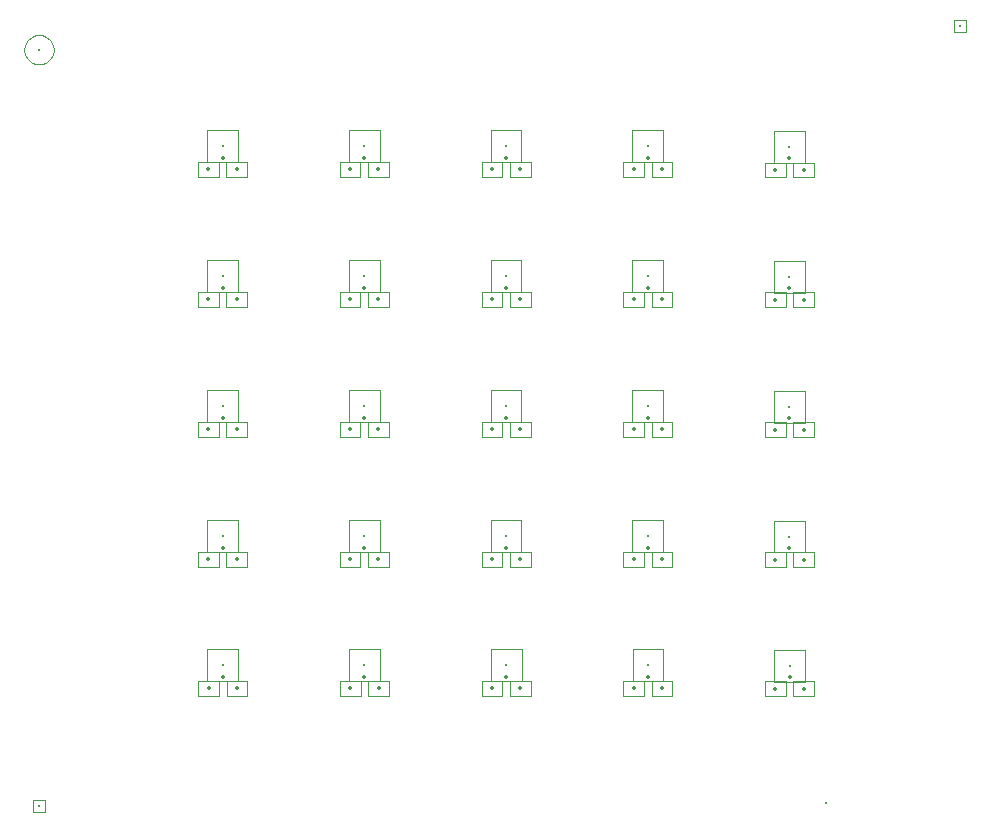
<source format=gbr>
%TF.GenerationSoftware,KiCad,Pcbnew,(6.0.0)*%
%TF.CreationDate,2022-12-07T10:32:59-05:00*%
%TF.ProjectId,onix-coax-adapter-xfl-a_panel,6f6e6978-2d63-46f6-9178-2d6164617074,A*%
%TF.SameCoordinates,Original*%
%TF.FileFunction,Component,L1,Top*%
%TF.FilePolarity,Positive*%
%FSLAX46Y46*%
G04 Gerber Fmt 4.6, Leading zero omitted, Abs format (unit mm)*
G04 Created by KiCad (PCBNEW (6.0.0)) date 2022-12-07 10:32:59*
%MOMM*%
%LPD*%
G01*
G04 APERTURE LIST*
%TA.AperFunction,ComponentMain*%
%ADD10C,0.300000*%
%TD*%
%TA.AperFunction,ComponentOutline,Courtyard*%
%ADD11C,0.100000*%
%TD*%
%TA.AperFunction,ComponentPin*%
%ADD12P,0.360000X4X0.000000*%
%TD*%
%TA.AperFunction,ComponentPin*%
%ADD13C,0.000000*%
%TD*%
%TA.AperFunction,ComponentOutline,Footprint*%
%ADD14C,0.100000*%
%TD*%
G04 APERTURE END LIST*
D10*
%TO.C,"J1"*%
%TO.CFtp,"LINX_CONMHF4-SMD-G"*%
%TO.CVal,"Conn_Coaxial"*%
%TO.CLbN,"jonnew"*%
%TO.CMnt,SMD*%
%TO.CRot,0*%
X170760000Y-108960081D03*
D11*
X172059999Y-110310080D02*
X169460001Y-110310080D01*
X169460001Y-107610082D01*
X172059999Y-107610082D01*
X172059999Y-110310080D01*
D12*
%TO.P,"J1","1","In"*%
X170760000Y-109935081D03*
D13*
%TO.P,"J1","2","Ext"*%
X171746000Y-109022081D03*
X170760000Y-107960081D03*
X169774000Y-108898081D03*
%TD*%
D10*
%TO.C,"J1"*%
%TO.CFtp,"LINX_CONMHF4-SMD-G"*%
%TO.CVal,"Conn_Coaxial"*%
%TO.CLbN,"jonnew"*%
%TO.CMnt,SMD*%
%TO.CRot,0*%
X194760000Y-108960081D03*
D11*
X196059999Y-110310080D02*
X193460001Y-110310080D01*
X193460001Y-107610082D01*
X196059999Y-107610082D01*
X196059999Y-110310080D01*
D12*
%TO.P,"J1","1","In"*%
X194760000Y-109935081D03*
D13*
%TO.P,"J1","2","Ext"*%
X195746000Y-109022081D03*
X194760000Y-107960081D03*
X193774000Y-108898081D03*
%TD*%
D10*
%TO.C,"TP2"*%
%TO.CFtp,"Castellation"*%
%TO.CVal,"TestPoint"*%
%TO.CLbN,"Headstage-64s"*%
%TO.CMnt,TH*%
%TO.CRot,90*%
X169546000Y-88984081D03*
D14*
X168671000Y-89609081D02*
X170421000Y-89609081D01*
X170421000Y-88359081D01*
X168671000Y-88359081D01*
X168671000Y-89609081D01*
D12*
%TO.P,"TP2","1","1"*%
X169546000Y-88984081D03*
%TD*%
D10*
%TO.C,"TP2"*%
%TO.CFtp,"Castellation"*%
%TO.CVal,"TestPoint"*%
%TO.CLbN,"Headstage-64s"*%
%TO.CMnt,TH*%
%TO.CRot,90*%
X157546000Y-77984081D03*
D14*
X156671000Y-78609081D02*
X158421000Y-78609081D01*
X158421000Y-77359081D01*
X156671000Y-77359081D01*
X156671000Y-78609081D01*
D12*
%TO.P,"TP2","1","1"*%
X157546000Y-77984081D03*
%TD*%
D10*
%TO.C,"TP1"*%
%TO.CFtp,"Castellation"*%
%TO.CVal,"TestPoint"*%
%TO.CLbN,"Headstage-64s"*%
%TO.CMnt,TH*%
%TO.CRot,90*%
X171946000Y-99984081D03*
D14*
X171071000Y-100609081D02*
X172821000Y-100609081D01*
X172821000Y-99359081D01*
X171071000Y-99359081D01*
X171071000Y-100609081D01*
D12*
%TO.P,"TP1","1","1"*%
X171946000Y-99984081D03*
%TD*%
D10*
%TO.C,"TP1"*%
%TO.CFtp,"Castellation"*%
%TO.CVal,"TestPoint"*%
%TO.CLbN,"Headstage-64s"*%
%TO.CMnt,TH*%
%TO.CRot,90*%
X207946000Y-89022081D03*
D14*
X207071000Y-89647081D02*
X208821000Y-89647081D01*
X208821000Y-88397081D01*
X207071000Y-88397081D01*
X207071000Y-89647081D01*
D12*
%TO.P,"TP1","1","1"*%
X207946000Y-89022081D03*
%TD*%
D10*
%TO.C,"TP1"*%
%TO.CFtp,"Castellation"*%
%TO.CVal,"TestPoint"*%
%TO.CLbN,"Headstage-64s"*%
%TO.CMnt,TH*%
%TO.CRot,90*%
X159946000Y-99984081D03*
D14*
X159071000Y-100609081D02*
X160821000Y-100609081D01*
X160821000Y-99359081D01*
X159071000Y-99359081D01*
X159071000Y-100609081D01*
D12*
%TO.P,"TP1","1","1"*%
X159946000Y-99984081D03*
%TD*%
D10*
%TO.C,"J1"*%
%TO.CFtp,"LINX_CONMHF4-SMD-G"*%
%TO.CVal,"Conn_Coaxial"*%
%TO.CLbN,"jonnew"*%
%TO.CMnt,SMD*%
%TO.CRot,0*%
X170746000Y-76022081D03*
D11*
X172045999Y-77372080D02*
X169446001Y-77372080D01*
X169446001Y-74672082D01*
X172045999Y-74672082D01*
X172045999Y-77372080D01*
D12*
%TO.P,"J1","1","In"*%
X170746000Y-76997081D03*
D13*
%TO.P,"J1","2","Ext"*%
X171732000Y-76084081D03*
X170746000Y-75022081D03*
X169760000Y-75960081D03*
%TD*%
D10*
%TO.C,"TP2"*%
%TO.CFtp,"Castellation"*%
%TO.CVal,"TestPoint"*%
%TO.CLbN,"Headstage-64s"*%
%TO.CMnt,TH*%
%TO.CRot,90*%
X157560000Y-110922081D03*
D14*
X156685000Y-111547081D02*
X158435000Y-111547081D01*
X158435000Y-110297081D01*
X156685000Y-110297081D01*
X156685000Y-111547081D01*
D12*
%TO.P,"TP2","1","1"*%
X157560000Y-110922081D03*
%TD*%
D10*
%TO.C,"TP1"*%
%TO.CFtp,"Castellation"*%
%TO.CVal,"TestPoint"*%
%TO.CLbN,"Headstage-64s"*%
%TO.CMnt,TH*%
%TO.CRot,90*%
X195946000Y-99984081D03*
D14*
X195071000Y-100609081D02*
X196821000Y-100609081D01*
X196821000Y-99359081D01*
X195071000Y-99359081D01*
X195071000Y-100609081D01*
D12*
%TO.P,"TP1","1","1"*%
X195946000Y-99984081D03*
%TD*%
D10*
%TO.C,"J1"*%
%TO.CFtp,"LINX_CONMHF4-SMD-G"*%
%TO.CVal,"Conn_Coaxial"*%
%TO.CLbN,"jonnew"*%
%TO.CMnt,SMD*%
%TO.CRot,0*%
X194746000Y-76022081D03*
D11*
X196045999Y-77372080D02*
X193446001Y-77372080D01*
X193446001Y-74672082D01*
X196045999Y-74672082D01*
X196045999Y-77372080D01*
D12*
%TO.P,"J1","1","In"*%
X194746000Y-76997081D03*
D13*
%TO.P,"J1","2","Ext"*%
X195732000Y-76084081D03*
X194746000Y-75022081D03*
X193760000Y-75960081D03*
%TD*%
D10*
%TO.C,"TP2"*%
%TO.CFtp,"Castellation"*%
%TO.CVal,"TestPoint"*%
%TO.CLbN,"Headstage-64s"*%
%TO.CMnt,TH*%
%TO.CRot,90*%
X181546000Y-88984081D03*
D14*
X180671000Y-89609081D02*
X182421000Y-89609081D01*
X182421000Y-88359081D01*
X180671000Y-88359081D01*
X180671000Y-89609081D01*
D12*
%TO.P,"TP2","1","1"*%
X181546000Y-88984081D03*
%TD*%
D10*
%TO.C,""*%
%TO.CFtp,""*%
%TO.CVal,""*%
%TO.CLbN,""*%
%TO.CMnt,Other*%
%TO.CRot,0*%
X221200000Y-54850000D03*
D14*
X220700000Y-54350000D02*
X220700000Y-55350000D01*
X221700000Y-55350000D01*
X221700000Y-54350000D01*
X220700000Y-54350000D01*
D13*
%TO.P,"",*%
X221200000Y-54850000D03*
%TD*%
D10*
%TO.C,"TP1"*%
%TO.CFtp,"Castellation"*%
%TO.CVal,"TestPoint"*%
%TO.CLbN,"Headstage-64s"*%
%TO.CMnt,TH*%
%TO.CRot,90*%
X159946000Y-66984081D03*
D14*
X159071000Y-67609081D02*
X160821000Y-67609081D01*
X160821000Y-66359081D01*
X159071000Y-66359081D01*
X159071000Y-67609081D01*
D12*
%TO.P,"TP1","1","1"*%
X159946000Y-66984081D03*
%TD*%
D10*
%TO.C,"TP2"*%
%TO.CFtp,"Castellation"*%
%TO.CVal,"TestPoint"*%
%TO.CLbN,"Headstage-64s"*%
%TO.CMnt,TH*%
%TO.CRot,90*%
X169546000Y-99984081D03*
D14*
X168671000Y-100609081D02*
X170421000Y-100609081D01*
X170421000Y-99359081D01*
X168671000Y-99359081D01*
X168671000Y-100609081D01*
D12*
%TO.P,"TP2","1","1"*%
X169546000Y-99984081D03*
%TD*%
D10*
%TO.C,"TP1"*%
%TO.CFtp,"Castellation"*%
%TO.CVal,"TestPoint"*%
%TO.CLbN,"Headstage-64s"*%
%TO.CMnt,TH*%
%TO.CRot,90*%
X159960000Y-110922081D03*
D14*
X159085000Y-111547081D02*
X160835000Y-111547081D01*
X160835000Y-110297081D01*
X159085000Y-110297081D01*
X159085000Y-111547081D01*
D12*
%TO.P,"TP1","1","1"*%
X159960000Y-110922081D03*
%TD*%
D10*
%TO.C,"TP2"*%
%TO.CFtp,"Castellation"*%
%TO.CVal,"TestPoint"*%
%TO.CLbN,"Headstage-64s"*%
%TO.CMnt,TH*%
%TO.CRot,90*%
X181546000Y-66984081D03*
D14*
X180671000Y-67609081D02*
X182421000Y-67609081D01*
X182421000Y-66359081D01*
X180671000Y-66359081D01*
X180671000Y-67609081D01*
D12*
%TO.P,"TP2","1","1"*%
X181546000Y-66984081D03*
%TD*%
D10*
%TO.C,"J1"*%
%TO.CFtp,"LINX_CONMHF4-SMD-G"*%
%TO.CVal,"Conn_Coaxial"*%
%TO.CLbN,"jonnew"*%
%TO.CMnt,SMD*%
%TO.CRot,0*%
X182746000Y-76022081D03*
D11*
X184045999Y-77372080D02*
X181446001Y-77372080D01*
X181446001Y-74672082D01*
X184045999Y-74672082D01*
X184045999Y-77372080D01*
D12*
%TO.P,"J1","1","In"*%
X182746000Y-76997081D03*
D13*
%TO.P,"J1","2","Ext"*%
X183732000Y-76084081D03*
X182746000Y-75022081D03*
X181760000Y-75960081D03*
%TD*%
D10*
%TO.C,"TP1"*%
%TO.CFtp,"Castellation"*%
%TO.CVal,"TestPoint"*%
%TO.CLbN,"Headstage-64s"*%
%TO.CMnt,TH*%
%TO.CRot,90*%
X207946000Y-100022081D03*
D14*
X207071000Y-100647081D02*
X208821000Y-100647081D01*
X208821000Y-99397081D01*
X207071000Y-99397081D01*
X207071000Y-100647081D01*
D12*
%TO.P,"TP1","1","1"*%
X207946000Y-100022081D03*
%TD*%
D10*
%TO.C,"J1"*%
%TO.CFtp,"LINX_CONMHF4-SMD-G"*%
%TO.CVal,"Conn_Coaxial"*%
%TO.CLbN,"jonnew"*%
%TO.CMnt,SMD*%
%TO.CRot,0*%
X182760000Y-108960081D03*
D11*
X184059999Y-110310080D02*
X181460001Y-110310080D01*
X181460001Y-107610082D01*
X184059999Y-107610082D01*
X184059999Y-110310080D01*
D12*
%TO.P,"J1","1","In"*%
X182760000Y-109935081D03*
D13*
%TO.P,"J1","2","Ext"*%
X183746000Y-109022081D03*
X182760000Y-107960081D03*
X181774000Y-108898081D03*
%TD*%
D10*
%TO.C,"TP2"*%
%TO.CFtp,"Castellation"*%
%TO.CVal,"TestPoint"*%
%TO.CLbN,"Headstage-64s"*%
%TO.CMnt,TH*%
%TO.CRot,90*%
X169560000Y-110922081D03*
D14*
X168685000Y-111547081D02*
X170435000Y-111547081D01*
X170435000Y-110297081D01*
X168685000Y-110297081D01*
X168685000Y-111547081D01*
D12*
%TO.P,"TP2","1","1"*%
X169560000Y-110922081D03*
%TD*%
D10*
%TO.C,"TP2"*%
%TO.CFtp,"Castellation"*%
%TO.CVal,"TestPoint"*%
%TO.CLbN,"Headstage-64s"*%
%TO.CMnt,TH*%
%TO.CRot,90*%
X193546000Y-77984081D03*
D14*
X192671000Y-78609081D02*
X194421000Y-78609081D01*
X194421000Y-77359081D01*
X192671000Y-77359081D01*
X192671000Y-78609081D01*
D12*
%TO.P,"TP2","1","1"*%
X193546000Y-77984081D03*
%TD*%
D10*
%TO.C,"TP2"*%
%TO.CFtp,"Castellation"*%
%TO.CVal,"TestPoint"*%
%TO.CLbN,"Headstage-64s"*%
%TO.CMnt,TH*%
%TO.CRot,90*%
X157546000Y-88984081D03*
D14*
X156671000Y-89609081D02*
X158421000Y-89609081D01*
X158421000Y-88359081D01*
X156671000Y-88359081D01*
X156671000Y-89609081D01*
D12*
%TO.P,"TP2","1","1"*%
X157546000Y-88984081D03*
%TD*%
D10*
%TO.C,""*%
%TO.CFtp,""*%
%TO.CVal,""*%
%TO.CLbN,""*%
%TO.CMnt,Other*%
%TO.CRot,0*%
X143200000Y-120850000D03*
D14*
X142700000Y-120350000D02*
X142700000Y-121350000D01*
X143700000Y-121350000D01*
X143700000Y-120350000D01*
X142700000Y-120350000D01*
D13*
%TO.P,"",*%
X143200000Y-120850000D03*
%TD*%
D10*
%TO.C,"TP1"*%
%TO.CFtp,"Castellation"*%
%TO.CVal,"TestPoint"*%
%TO.CLbN,"Headstage-64s"*%
%TO.CMnt,TH*%
%TO.CRot,90*%
X207960000Y-110960081D03*
D14*
X207085000Y-111585081D02*
X208835000Y-111585081D01*
X208835000Y-110335081D01*
X207085000Y-110335081D01*
X207085000Y-111585081D01*
D12*
%TO.P,"TP1","1","1"*%
X207960000Y-110960081D03*
%TD*%
D10*
%TO.C,"TP1"*%
%TO.CFtp,"Castellation"*%
%TO.CVal,"TestPoint"*%
%TO.CLbN,"Headstage-64s"*%
%TO.CMnt,TH*%
%TO.CRot,90*%
X171946000Y-88984081D03*
D14*
X171071000Y-89609081D02*
X172821000Y-89609081D01*
X172821000Y-88359081D01*
X171071000Y-88359081D01*
X171071000Y-89609081D01*
D12*
%TO.P,"TP1","1","1"*%
X171946000Y-88984081D03*
%TD*%
D10*
%TO.C,"J1"*%
%TO.CFtp,"LINX_CONMHF4-SMD-G"*%
%TO.CVal,"Conn_Coaxial"*%
%TO.CLbN,"jonnew"*%
%TO.CMnt,SMD*%
%TO.CRot,0*%
X194746000Y-65022081D03*
D11*
X196045999Y-66372080D02*
X193446001Y-66372080D01*
X193446001Y-63672082D01*
X196045999Y-63672082D01*
X196045999Y-66372080D01*
D12*
%TO.P,"J1","1","In"*%
X194746000Y-65997081D03*
D13*
%TO.P,"J1","2","Ext"*%
X195732000Y-65084081D03*
X194746000Y-64022081D03*
X193760000Y-64960081D03*
%TD*%
D10*
%TO.C,"J1"*%
%TO.CFtp,"LINX_CONMHF4-SMD-G"*%
%TO.CVal,"Conn_Coaxial"*%
%TO.CLbN,"jonnew"*%
%TO.CMnt,SMD*%
%TO.CRot,0*%
X182746000Y-87022081D03*
D11*
X184045999Y-88372080D02*
X181446001Y-88372080D01*
X181446001Y-85672082D01*
X184045999Y-85672082D01*
X184045999Y-88372080D01*
D12*
%TO.P,"J1","1","In"*%
X182746000Y-87997081D03*
D13*
%TO.P,"J1","2","Ext"*%
X183732000Y-87084081D03*
X182746000Y-86022081D03*
X181760000Y-86960081D03*
%TD*%
D10*
%TO.C,"TP1"*%
%TO.CFtp,"Castellation"*%
%TO.CVal,"TestPoint"*%
%TO.CLbN,"Headstage-64s"*%
%TO.CMnt,TH*%
%TO.CRot,90*%
X171946000Y-66984081D03*
D14*
X171071000Y-67609081D02*
X172821000Y-67609081D01*
X172821000Y-66359081D01*
X171071000Y-66359081D01*
X171071000Y-67609081D01*
D12*
%TO.P,"TP1","1","1"*%
X171946000Y-66984081D03*
%TD*%
D10*
%TO.C,"TP2"*%
%TO.CFtp,"Castellation"*%
%TO.CVal,"TestPoint"*%
%TO.CLbN,"Headstage-64s"*%
%TO.CMnt,TH*%
%TO.CRot,90*%
X181546000Y-99984081D03*
D14*
X180671000Y-100609081D02*
X182421000Y-100609081D01*
X182421000Y-99359081D01*
X180671000Y-99359081D01*
X180671000Y-100609081D01*
D12*
%TO.P,"TP2","1","1"*%
X181546000Y-99984081D03*
%TD*%
D10*
%TO.C,"J1"*%
%TO.CFtp,"LINX_CONMHF4-SMD-G"*%
%TO.CVal,"Conn_Coaxial"*%
%TO.CLbN,"jonnew"*%
%TO.CMnt,SMD*%
%TO.CRot,0*%
X158746000Y-98022081D03*
D11*
X160045999Y-99372080D02*
X157446001Y-99372080D01*
X157446001Y-96672082D01*
X160045999Y-96672082D01*
X160045999Y-99372080D01*
D12*
%TO.P,"J1","1","In"*%
X158746000Y-98997081D03*
D13*
%TO.P,"J1","2","Ext"*%
X159732000Y-98084081D03*
X158746000Y-97022081D03*
X157760000Y-97960081D03*
%TD*%
D10*
%TO.C,"J1"*%
%TO.CFtp,"LINX_CONMHF4-SMD-G"*%
%TO.CVal,"Conn_Coaxial"*%
%TO.CLbN,"jonnew"*%
%TO.CMnt,SMD*%
%TO.CRot,0*%
X182746000Y-98022081D03*
D11*
X184045999Y-99372080D02*
X181446001Y-99372080D01*
X181446001Y-96672082D01*
X184045999Y-96672082D01*
X184045999Y-99372080D01*
D12*
%TO.P,"J1","1","In"*%
X182746000Y-98997081D03*
D13*
%TO.P,"J1","2","Ext"*%
X183732000Y-98084081D03*
X182746000Y-97022081D03*
X181760000Y-97960081D03*
%TD*%
D10*
%TO.C,"TP2"*%
%TO.CFtp,"Castellation"*%
%TO.CVal,"TestPoint"*%
%TO.CLbN,"Headstage-64s"*%
%TO.CMnt,TH*%
%TO.CRot,90*%
X181560000Y-110922081D03*
D14*
X180685000Y-111547081D02*
X182435000Y-111547081D01*
X182435000Y-110297081D01*
X180685000Y-110297081D01*
X180685000Y-111547081D01*
D12*
%TO.P,"TP2","1","1"*%
X181560000Y-110922081D03*
%TD*%
D10*
%TO.C,"J1"*%
%TO.CFtp,"LINX_CONMHF4-SMD-G"*%
%TO.CVal,"Conn_Coaxial"*%
%TO.CLbN,"jonnew"*%
%TO.CMnt,SMD*%
%TO.CRot,0*%
X206746000Y-98060081D03*
D11*
X208045999Y-99410080D02*
X205446001Y-99410080D01*
X205446001Y-96710082D01*
X208045999Y-96710082D01*
X208045999Y-99410080D01*
D12*
%TO.P,"J1","1","In"*%
X206746000Y-99035081D03*
D13*
%TO.P,"J1","2","Ext"*%
X207732000Y-98122081D03*
X206746000Y-97060081D03*
X205760000Y-97998081D03*
%TD*%
D10*
%TO.C,"TP2"*%
%TO.CFtp,"Castellation"*%
%TO.CVal,"TestPoint"*%
%TO.CLbN,"Headstage-64s"*%
%TO.CMnt,TH*%
%TO.CRot,90*%
X181546000Y-77984081D03*
D14*
X180671000Y-78609081D02*
X182421000Y-78609081D01*
X182421000Y-77359081D01*
X180671000Y-77359081D01*
X180671000Y-78609081D01*
D12*
%TO.P,"TP2","1","1"*%
X181546000Y-77984081D03*
%TD*%
D10*
%TO.C,"TP1"*%
%TO.CFtp,"Castellation"*%
%TO.CVal,"TestPoint"*%
%TO.CLbN,"Headstage-64s"*%
%TO.CMnt,TH*%
%TO.CRot,90*%
X171960000Y-110922081D03*
D14*
X171085000Y-111547081D02*
X172835000Y-111547081D01*
X172835000Y-110297081D01*
X171085000Y-110297081D01*
X171085000Y-111547081D01*
D12*
%TO.P,"TP1","1","1"*%
X171960000Y-110922081D03*
%TD*%
D10*
%TO.C,"TP1"*%
%TO.CFtp,"Castellation"*%
%TO.CVal,"TestPoint"*%
%TO.CLbN,"Headstage-64s"*%
%TO.CMnt,TH*%
%TO.CRot,90*%
X195946000Y-66984081D03*
D14*
X195071000Y-67609081D02*
X196821000Y-67609081D01*
X196821000Y-66359081D01*
X195071000Y-66359081D01*
X195071000Y-67609081D01*
D12*
%TO.P,"TP1","1","1"*%
X195946000Y-66984081D03*
%TD*%
D10*
%TO.C,"TP2"*%
%TO.CFtp,"Castellation"*%
%TO.CVal,"TestPoint"*%
%TO.CLbN,"Headstage-64s"*%
%TO.CMnt,TH*%
%TO.CRot,90*%
X193546000Y-88984081D03*
D14*
X192671000Y-89609081D02*
X194421000Y-89609081D01*
X194421000Y-88359081D01*
X192671000Y-88359081D01*
X192671000Y-89609081D01*
D12*
%TO.P,"TP2","1","1"*%
X193546000Y-88984081D03*
%TD*%
D10*
%TO.C,"J1"*%
%TO.CFtp,"LINX_CONMHF4-SMD-G"*%
%TO.CVal,"Conn_Coaxial"*%
%TO.CLbN,"jonnew"*%
%TO.CMnt,SMD*%
%TO.CRot,0*%
X158746000Y-65022081D03*
D11*
X160045999Y-66372080D02*
X157446001Y-66372080D01*
X157446001Y-63672082D01*
X160045999Y-63672082D01*
X160045999Y-66372080D01*
D12*
%TO.P,"J1","1","In"*%
X158746000Y-65997081D03*
D13*
%TO.P,"J1","2","Ext"*%
X159732000Y-65084081D03*
X158746000Y-64022081D03*
X157760000Y-64960081D03*
%TD*%
D10*
%TO.C,"J1"*%
%TO.CFtp,"LINX_CONMHF4-SMD-G"*%
%TO.CVal,"Conn_Coaxial"*%
%TO.CLbN,"jonnew"*%
%TO.CMnt,SMD*%
%TO.CRot,0*%
X170746000Y-65022081D03*
D11*
X172045999Y-66372080D02*
X169446001Y-66372080D01*
X169446001Y-63672082D01*
X172045999Y-63672082D01*
X172045999Y-66372080D01*
D12*
%TO.P,"J1","1","In"*%
X170746000Y-65997081D03*
D13*
%TO.P,"J1","2","Ext"*%
X171732000Y-65084081D03*
X170746000Y-64022081D03*
X169760000Y-64960081D03*
%TD*%
D10*
%TO.C,"TP2"*%
%TO.CFtp,"Castellation"*%
%TO.CVal,"TestPoint"*%
%TO.CLbN,"Headstage-64s"*%
%TO.CMnt,TH*%
%TO.CRot,90*%
X169546000Y-66984081D03*
D14*
X168671000Y-67609081D02*
X170421000Y-67609081D01*
X170421000Y-66359081D01*
X168671000Y-66359081D01*
X168671000Y-67609081D01*
D12*
%TO.P,"TP2","1","1"*%
X169546000Y-66984081D03*
%TD*%
D10*
%TO.C,"TP2"*%
%TO.CFtp,"Castellation"*%
%TO.CVal,"TestPoint"*%
%TO.CLbN,"Headstage-64s"*%
%TO.CMnt,TH*%
%TO.CRot,90*%
X193560000Y-110922081D03*
D14*
X192685000Y-111547081D02*
X194435000Y-111547081D01*
X194435000Y-110297081D01*
X192685000Y-110297081D01*
X192685000Y-111547081D01*
D12*
%TO.P,"TP2","1","1"*%
X193560000Y-110922081D03*
%TD*%
D10*
%TO.C,"J1"*%
%TO.CFtp,"LINX_CONMHF4-SMD-G"*%
%TO.CVal,"Conn_Coaxial"*%
%TO.CLbN,"jonnew"*%
%TO.CMnt,SMD*%
%TO.CRot,0*%
X182746000Y-65022081D03*
D11*
X184045999Y-66372080D02*
X181446001Y-66372080D01*
X181446001Y-63672082D01*
X184045999Y-63672082D01*
X184045999Y-66372080D01*
D12*
%TO.P,"J1","1","In"*%
X182746000Y-65997081D03*
D13*
%TO.P,"J1","2","Ext"*%
X183732000Y-65084081D03*
X182746000Y-64022081D03*
X181760000Y-64960081D03*
%TD*%
D10*
%TO.C,"TP1"*%
%TO.CFtp,"Castellation"*%
%TO.CVal,"TestPoint"*%
%TO.CLbN,"Headstage-64s"*%
%TO.CMnt,TH*%
%TO.CRot,90*%
X207946000Y-67022081D03*
D14*
X207071000Y-67647081D02*
X208821000Y-67647081D01*
X208821000Y-66397081D01*
X207071000Y-66397081D01*
X207071000Y-67647081D01*
D12*
%TO.P,"TP1","1","1"*%
X207946000Y-67022081D03*
%TD*%
D10*
%TO.C,"J1"*%
%TO.CFtp,"LINX_CONMHF4-SMD-G"*%
%TO.CVal,"Conn_Coaxial"*%
%TO.CLbN,"jonnew"*%
%TO.CMnt,SMD*%
%TO.CRot,0*%
X206746000Y-87060081D03*
D11*
X208045999Y-88410080D02*
X205446001Y-88410080D01*
X205446001Y-85710082D01*
X208045999Y-85710082D01*
X208045999Y-88410080D01*
D12*
%TO.P,"J1","1","In"*%
X206746000Y-88035081D03*
D13*
%TO.P,"J1","2","Ext"*%
X207732000Y-87122081D03*
X206746000Y-86060081D03*
X205760000Y-86998081D03*
%TD*%
D10*
%TO.C,"TP1"*%
%TO.CFtp,"Castellation"*%
%TO.CVal,"TestPoint"*%
%TO.CLbN,"Headstage-64s"*%
%TO.CMnt,TH*%
%TO.CRot,90*%
X183946000Y-66984081D03*
D14*
X183071000Y-67609081D02*
X184821000Y-67609081D01*
X184821000Y-66359081D01*
X183071000Y-66359081D01*
X183071000Y-67609081D01*
D12*
%TO.P,"TP1","1","1"*%
X183946000Y-66984081D03*
%TD*%
D10*
%TO.C,"J1"*%
%TO.CFtp,"LINX_CONMHF4-SMD-G"*%
%TO.CVal,"Conn_Coaxial"*%
%TO.CLbN,"jonnew"*%
%TO.CMnt,SMD*%
%TO.CRot,0*%
X206746000Y-76060081D03*
D11*
X208045999Y-77410080D02*
X205446001Y-77410080D01*
X205446001Y-74710082D01*
X208045999Y-74710082D01*
X208045999Y-77410080D01*
D12*
%TO.P,"J1","1","In"*%
X206746000Y-77035081D03*
D13*
%TO.P,"J1","2","Ext"*%
X207732000Y-76122081D03*
X206746000Y-75060081D03*
X205760000Y-75998081D03*
%TD*%
D10*
%TO.C,"TP2"*%
%TO.CFtp,"Castellation"*%
%TO.CVal,"TestPoint"*%
%TO.CLbN,"Headstage-64s"*%
%TO.CMnt,TH*%
%TO.CRot,90*%
X193546000Y-99984081D03*
D14*
X192671000Y-100609081D02*
X194421000Y-100609081D01*
X194421000Y-99359081D01*
X192671000Y-99359081D01*
X192671000Y-100609081D01*
D12*
%TO.P,"TP2","1","1"*%
X193546000Y-99984081D03*
%TD*%
D10*
%TO.C,"TP2"*%
%TO.CFtp,"Castellation"*%
%TO.CVal,"TestPoint"*%
%TO.CLbN,"Headstage-64s"*%
%TO.CMnt,TH*%
%TO.CRot,90*%
X193546000Y-66984081D03*
D14*
X192671000Y-67609081D02*
X194421000Y-67609081D01*
X194421000Y-66359081D01*
X192671000Y-66359081D01*
X192671000Y-67609081D01*
D12*
%TO.P,"TP2","1","1"*%
X193546000Y-66984081D03*
%TD*%
D10*
%TO.C,"J1"*%
%TO.CFtp,"LINX_CONMHF4-SMD-G"*%
%TO.CVal,"Conn_Coaxial"*%
%TO.CLbN,"jonnew"*%
%TO.CMnt,SMD*%
%TO.CRot,0*%
X194746000Y-87022081D03*
D11*
X196045999Y-88372080D02*
X193446001Y-88372080D01*
X193446001Y-85672082D01*
X196045999Y-85672082D01*
X196045999Y-88372080D01*
D12*
%TO.P,"J1","1","In"*%
X194746000Y-87997081D03*
D13*
%TO.P,"J1","2","Ext"*%
X195732000Y-87084081D03*
X194746000Y-86022081D03*
X193760000Y-86960081D03*
%TD*%
D10*
%TO.C,"TP2"*%
%TO.CFtp,"Castellation"*%
%TO.CVal,"TestPoint"*%
%TO.CLbN,"Headstage-64s"*%
%TO.CMnt,TH*%
%TO.CRot,90*%
X169546000Y-77984081D03*
D14*
X168671000Y-78609081D02*
X170421000Y-78609081D01*
X170421000Y-77359081D01*
X168671000Y-77359081D01*
X168671000Y-78609081D01*
D12*
%TO.P,"TP2","1","1"*%
X169546000Y-77984081D03*
%TD*%
D10*
%TO.C,"TP2"*%
%TO.CFtp,"Castellation"*%
%TO.CVal,"TestPoint"*%
%TO.CLbN,"Headstage-64s"*%
%TO.CMnt,TH*%
%TO.CRot,90*%
X157546000Y-66984081D03*
D14*
X156671000Y-67609081D02*
X158421000Y-67609081D01*
X158421000Y-66359081D01*
X156671000Y-66359081D01*
X156671000Y-67609081D01*
D12*
%TO.P,"TP2","1","1"*%
X157546000Y-66984081D03*
%TD*%
D10*
%TO.C,"TP1"*%
%TO.CFtp,"Castellation"*%
%TO.CVal,"TestPoint"*%
%TO.CLbN,"Headstage-64s"*%
%TO.CMnt,TH*%
%TO.CRot,90*%
X183960000Y-110922081D03*
D14*
X183085000Y-111547081D02*
X184835000Y-111547081D01*
X184835000Y-110297081D01*
X183085000Y-110297081D01*
X183085000Y-111547081D01*
D12*
%TO.P,"TP1","1","1"*%
X183960000Y-110922081D03*
%TD*%
D10*
%TO.C,"J1"*%
%TO.CFtp,"LINX_CONMHF4-SMD-G"*%
%TO.CVal,"Conn_Coaxial"*%
%TO.CLbN,"jonnew"*%
%TO.CMnt,SMD*%
%TO.CRot,0*%
X206746000Y-65060081D03*
D11*
X208045999Y-66410080D02*
X205446001Y-66410080D01*
X205446001Y-63710082D01*
X208045999Y-63710082D01*
X208045999Y-66410080D01*
D12*
%TO.P,"J1","1","In"*%
X206746000Y-66035081D03*
D13*
%TO.P,"J1","2","Ext"*%
X207732000Y-65122081D03*
X206746000Y-64060081D03*
X205760000Y-64998081D03*
%TD*%
D10*
%TO.C,"TP1"*%
%TO.CFtp,"Castellation"*%
%TO.CVal,"TestPoint"*%
%TO.CLbN,"Headstage-64s"*%
%TO.CMnt,TH*%
%TO.CRot,90*%
X195960000Y-110922081D03*
D14*
X195085000Y-111547081D02*
X196835000Y-111547081D01*
X196835000Y-110297081D01*
X195085000Y-110297081D01*
X195085000Y-111547081D01*
D12*
%TO.P,"TP1","1","1"*%
X195960000Y-110922081D03*
%TD*%
D10*
%TO.C,"J1"*%
%TO.CFtp,"LINX_CONMHF4-SMD-G"*%
%TO.CVal,"Conn_Coaxial"*%
%TO.CLbN,"jonnew"*%
%TO.CMnt,SMD*%
%TO.CRot,0*%
X158760000Y-108960081D03*
D11*
X160059999Y-110310080D02*
X157460001Y-110310080D01*
X157460001Y-107610082D01*
X160059999Y-107610082D01*
X160059999Y-110310080D01*
D12*
%TO.P,"J1","1","In"*%
X158760000Y-109935081D03*
D13*
%TO.P,"J1","2","Ext"*%
X159746000Y-109022081D03*
X158760000Y-107960081D03*
X157774000Y-108898081D03*
%TD*%
D10*
%TO.C,"TP1"*%
%TO.CFtp,"Castellation"*%
%TO.CVal,"TestPoint"*%
%TO.CLbN,"Headstage-64s"*%
%TO.CMnt,TH*%
%TO.CRot,90*%
X207946000Y-78022081D03*
D14*
X207071000Y-78647081D02*
X208821000Y-78647081D01*
X208821000Y-77397081D01*
X207071000Y-77397081D01*
X207071000Y-78647081D01*
D12*
%TO.P,"TP1","1","1"*%
X207946000Y-78022081D03*
%TD*%
D10*
%TO.C,"J1"*%
%TO.CFtp,"LINX_CONMHF4-SMD-G"*%
%TO.CVal,"Conn_Coaxial"*%
%TO.CLbN,"jonnew"*%
%TO.CMnt,SMD*%
%TO.CRot,0*%
X194746000Y-98022081D03*
D11*
X196045999Y-99372080D02*
X193446001Y-99372080D01*
X193446001Y-96672082D01*
X196045999Y-96672082D01*
X196045999Y-99372080D01*
D12*
%TO.P,"J1","1","In"*%
X194746000Y-98997081D03*
D13*
%TO.P,"J1","2","Ext"*%
X195732000Y-98084081D03*
X194746000Y-97022081D03*
X193760000Y-97960081D03*
%TD*%
D10*
%TO.C,"J1"*%
%TO.CFtp,"LINX_CONMHF4-SMD-G"*%
%TO.CVal,"Conn_Coaxial"*%
%TO.CLbN,"jonnew"*%
%TO.CMnt,SMD*%
%TO.CRot,0*%
X158746000Y-87022081D03*
D11*
X160045999Y-88372080D02*
X157446001Y-88372080D01*
X157446001Y-85672082D01*
X160045999Y-85672082D01*
X160045999Y-88372080D01*
D12*
%TO.P,"J1","1","In"*%
X158746000Y-87997081D03*
D13*
%TO.P,"J1","2","Ext"*%
X159732000Y-87084081D03*
X158746000Y-86022081D03*
X157760000Y-86960081D03*
%TD*%
D10*
%TO.C,"TP2"*%
%TO.CFtp,"Castellation"*%
%TO.CVal,"TestPoint"*%
%TO.CLbN,"Headstage-64s"*%
%TO.CMnt,TH*%
%TO.CRot,90*%
X205546000Y-67022081D03*
D14*
X204671000Y-67647081D02*
X206421000Y-67647081D01*
X206421000Y-66397081D01*
X204671000Y-66397081D01*
X204671000Y-67647081D01*
D12*
%TO.P,"TP2","1","1"*%
X205546000Y-67022081D03*
%TD*%
D10*
%TO.C,"J1"*%
%TO.CFtp,"LINX_CONMHF4-SMD-G"*%
%TO.CVal,"Conn_Coaxial"*%
%TO.CLbN,"jonnew"*%
%TO.CMnt,SMD*%
%TO.CRot,0*%
X170746000Y-87022081D03*
D11*
X172045999Y-88372080D02*
X169446001Y-88372080D01*
X169446001Y-85672082D01*
X172045999Y-85672082D01*
X172045999Y-88372080D01*
D12*
%TO.P,"J1","1","In"*%
X170746000Y-87997081D03*
D13*
%TO.P,"J1","2","Ext"*%
X171732000Y-87084081D03*
X170746000Y-86022081D03*
X169760000Y-86960081D03*
%TD*%
D10*
%TO.C,"TP1"*%
%TO.CFtp,"Castellation"*%
%TO.CVal,"TestPoint"*%
%TO.CLbN,"Headstage-64s"*%
%TO.CMnt,TH*%
%TO.CRot,90*%
X195946000Y-77984081D03*
D14*
X195071000Y-78609081D02*
X196821000Y-78609081D01*
X196821000Y-77359081D01*
X195071000Y-77359081D01*
X195071000Y-78609081D01*
D12*
%TO.P,"TP1","1","1"*%
X195946000Y-77984081D03*
%TD*%
D10*
%TO.C,"J1"*%
%TO.CFtp,"LINX_CONMHF4-SMD-G"*%
%TO.CVal,"Conn_Coaxial"*%
%TO.CLbN,"jonnew"*%
%TO.CMnt,SMD*%
%TO.CRot,0*%
X206760000Y-108998081D03*
D11*
X208059999Y-110348080D02*
X205460001Y-110348080D01*
X205460001Y-107648082D01*
X208059999Y-107648082D01*
X208059999Y-110348080D01*
D12*
%TO.P,"J1","1","In"*%
X206760000Y-109973081D03*
D13*
%TO.P,"J1","2","Ext"*%
X207746000Y-109060081D03*
X206760000Y-107998081D03*
X205774000Y-108936081D03*
%TD*%
D10*
%TO.C,"TP1"*%
%TO.CFtp,"Castellation"*%
%TO.CVal,"TestPoint"*%
%TO.CLbN,"Headstage-64s"*%
%TO.CMnt,TH*%
%TO.CRot,90*%
X171946000Y-77984081D03*
D14*
X171071000Y-78609081D02*
X172821000Y-78609081D01*
X172821000Y-77359081D01*
X171071000Y-77359081D01*
X171071000Y-78609081D01*
D12*
%TO.P,"TP1","1","1"*%
X171946000Y-77984081D03*
%TD*%
D10*
%TO.C,"J1"*%
%TO.CFtp,"LINX_CONMHF4-SMD-G"*%
%TO.CVal,"Conn_Coaxial"*%
%TO.CLbN,"jonnew"*%
%TO.CMnt,SMD*%
%TO.CRot,0*%
X170746000Y-98022081D03*
D11*
X172045999Y-99372080D02*
X169446001Y-99372080D01*
X169446001Y-96672082D01*
X172045999Y-96672082D01*
X172045999Y-99372080D01*
D12*
%TO.P,"J1","1","In"*%
X170746000Y-98997081D03*
D13*
%TO.P,"J1","2","Ext"*%
X171732000Y-98084081D03*
X170746000Y-97022081D03*
X169760000Y-97960081D03*
%TD*%
D10*
%TO.C,""*%
%TO.CFtp,"OE-LOGO-7X5"*%
%TO.CVal,""*%
%TO.CLbN,"jonnew-eagle"*%
%TO.CMnt,Other*%
%TO.CRot,0*%
X209820000Y-120638750D03*
%TD*%
%TO.C,"TP2"*%
%TO.CFtp,"Castellation"*%
%TO.CVal,"TestPoint"*%
%TO.CLbN,"Headstage-64s"*%
%TO.CMnt,TH*%
%TO.CRot,90*%
X205546000Y-78022081D03*
D14*
X204671000Y-78647081D02*
X206421000Y-78647081D01*
X206421000Y-77397081D01*
X204671000Y-77397081D01*
X204671000Y-78647081D01*
D12*
%TO.P,"TP2","1","1"*%
X205546000Y-78022081D03*
%TD*%
D10*
%TO.C,"TP2"*%
%TO.CFtp,"Castellation"*%
%TO.CVal,"TestPoint"*%
%TO.CLbN,"Headstage-64s"*%
%TO.CMnt,TH*%
%TO.CRot,90*%
X205546000Y-89022081D03*
D14*
X204671000Y-89647081D02*
X206421000Y-89647081D01*
X206421000Y-88397081D01*
X204671000Y-88397081D01*
X204671000Y-89647081D01*
D12*
%TO.P,"TP2","1","1"*%
X205546000Y-89022081D03*
%TD*%
D10*
%TO.C,"J1"*%
%TO.CFtp,"LINX_CONMHF4-SMD-G"*%
%TO.CVal,"Conn_Coaxial"*%
%TO.CLbN,"jonnew"*%
%TO.CMnt,SMD*%
%TO.CRot,0*%
X158746000Y-76022081D03*
D11*
X160045999Y-77372080D02*
X157446001Y-77372080D01*
X157446001Y-74672082D01*
X160045999Y-74672082D01*
X160045999Y-77372080D01*
D12*
%TO.P,"J1","1","In"*%
X158746000Y-76997081D03*
D13*
%TO.P,"J1","2","Ext"*%
X159732000Y-76084081D03*
X158746000Y-75022081D03*
X157760000Y-75960081D03*
%TD*%
D10*
%TO.C,"TP1"*%
%TO.CFtp,"Castellation"*%
%TO.CVal,"TestPoint"*%
%TO.CLbN,"Headstage-64s"*%
%TO.CMnt,TH*%
%TO.CRot,90*%
X159946000Y-88984081D03*
D14*
X159071000Y-89609081D02*
X160821000Y-89609081D01*
X160821000Y-88359081D01*
X159071000Y-88359081D01*
X159071000Y-89609081D01*
D12*
%TO.P,"TP1","1","1"*%
X159946000Y-88984081D03*
%TD*%
D10*
%TO.C,"TP2"*%
%TO.CFtp,"Castellation"*%
%TO.CVal,"TestPoint"*%
%TO.CLbN,"Headstage-64s"*%
%TO.CMnt,TH*%
%TO.CRot,90*%
X157546000Y-99984081D03*
D14*
X156671000Y-100609081D02*
X158421000Y-100609081D01*
X158421000Y-99359081D01*
X156671000Y-99359081D01*
X156671000Y-100609081D01*
D12*
%TO.P,"TP2","1","1"*%
X157546000Y-99984081D03*
%TD*%
D10*
%TO.C,"TP1"*%
%TO.CFtp,"Castellation"*%
%TO.CVal,"TestPoint"*%
%TO.CLbN,"Headstage-64s"*%
%TO.CMnt,TH*%
%TO.CRot,90*%
X195946000Y-88984081D03*
D14*
X195071000Y-89609081D02*
X196821000Y-89609081D01*
X196821000Y-88359081D01*
X195071000Y-88359081D01*
X195071000Y-89609081D01*
D12*
%TO.P,"TP1","1","1"*%
X195946000Y-88984081D03*
%TD*%
D10*
%TO.C,"TP2"*%
%TO.CFtp,"Castellation"*%
%TO.CVal,"TestPoint"*%
%TO.CLbN,"Headstage-64s"*%
%TO.CMnt,TH*%
%TO.CRot,90*%
X205546000Y-100022081D03*
D14*
X204671000Y-100647081D02*
X206421000Y-100647081D01*
X206421000Y-99397081D01*
X204671000Y-99397081D01*
X204671000Y-100647081D01*
D12*
%TO.P,"TP2","1","1"*%
X205546000Y-100022081D03*
%TD*%
D10*
%TO.C,"REF\u002A\u002A"*%
%TO.CFtp,"Fiducial_1mm_Mask2mm"*%
%TO.CVal,"Fiducial_1mm_Mask2mm"*%
%TO.CLbN,"Fiducial"*%
%TO.CMnt,SMD*%
%TO.CRot,0*%
X143200000Y-56850000D03*
D11*
X142025385Y-56422475D02*
X142242445Y-56046515D01*
X142575001Y-55767468D01*
X142982941Y-55618990D01*
X143417060Y-55618990D01*
X143417060Y-55618991D01*
X143825000Y-55767469D01*
X144157556Y-56046516D01*
X144374616Y-56422476D01*
X144449999Y-56850000D01*
X144374615Y-57277525D01*
X144157555Y-57653485D01*
X143824999Y-57932532D01*
X143417060Y-58081010D01*
X143417060Y-58081009D01*
X142982940Y-58081009D01*
X142575000Y-57932531D01*
X142242444Y-57653484D01*
X142025384Y-57277524D01*
X141950000Y-56850000D01*
X141950001Y-56850000D01*
X142025385Y-56422475D01*
D13*
%TO.P,"REF\u002A\u002A",*%
X143200000Y-56850000D03*
%TD*%
D10*
%TO.C,"TP2"*%
%TO.CFtp,"Castellation"*%
%TO.CVal,"TestPoint"*%
%TO.CLbN,"Headstage-64s"*%
%TO.CMnt,TH*%
%TO.CRot,90*%
X205560000Y-110960081D03*
D14*
X204685000Y-111585081D02*
X206435000Y-111585081D01*
X206435000Y-110335081D01*
X204685000Y-110335081D01*
X204685000Y-111585081D01*
D12*
%TO.P,"TP2","1","1"*%
X205560000Y-110960081D03*
%TD*%
D10*
%TO.C,"TP1"*%
%TO.CFtp,"Castellation"*%
%TO.CVal,"TestPoint"*%
%TO.CLbN,"Headstage-64s"*%
%TO.CMnt,TH*%
%TO.CRot,90*%
X183946000Y-99984081D03*
D14*
X183071000Y-100609081D02*
X184821000Y-100609081D01*
X184821000Y-99359081D01*
X183071000Y-99359081D01*
X183071000Y-100609081D01*
D12*
%TO.P,"TP1","1","1"*%
X183946000Y-99984081D03*
%TD*%
D10*
%TO.C,"TP1"*%
%TO.CFtp,"Castellation"*%
%TO.CVal,"TestPoint"*%
%TO.CLbN,"Headstage-64s"*%
%TO.CMnt,TH*%
%TO.CRot,90*%
X183946000Y-77984081D03*
D14*
X183071000Y-78609081D02*
X184821000Y-78609081D01*
X184821000Y-77359081D01*
X183071000Y-77359081D01*
X183071000Y-78609081D01*
D12*
%TO.P,"TP1","1","1"*%
X183946000Y-77984081D03*
%TD*%
D10*
%TO.C,"TP1"*%
%TO.CFtp,"Castellation"*%
%TO.CVal,"TestPoint"*%
%TO.CLbN,"Headstage-64s"*%
%TO.CMnt,TH*%
%TO.CRot,90*%
X159946000Y-77984081D03*
D14*
X159071000Y-78609081D02*
X160821000Y-78609081D01*
X160821000Y-77359081D01*
X159071000Y-77359081D01*
X159071000Y-78609081D01*
D12*
%TO.P,"TP1","1","1"*%
X159946000Y-77984081D03*
%TD*%
D10*
%TO.C,"TP1"*%
%TO.CFtp,"Castellation"*%
%TO.CVal,"TestPoint"*%
%TO.CLbN,"Headstage-64s"*%
%TO.CMnt,TH*%
%TO.CRot,90*%
X183946000Y-88984081D03*
D14*
X183071000Y-89609081D02*
X184821000Y-89609081D01*
X184821000Y-88359081D01*
X183071000Y-88359081D01*
X183071000Y-89609081D01*
D12*
%TO.P,"TP1","1","1"*%
X183946000Y-88984081D03*
%TD*%
M02*

</source>
